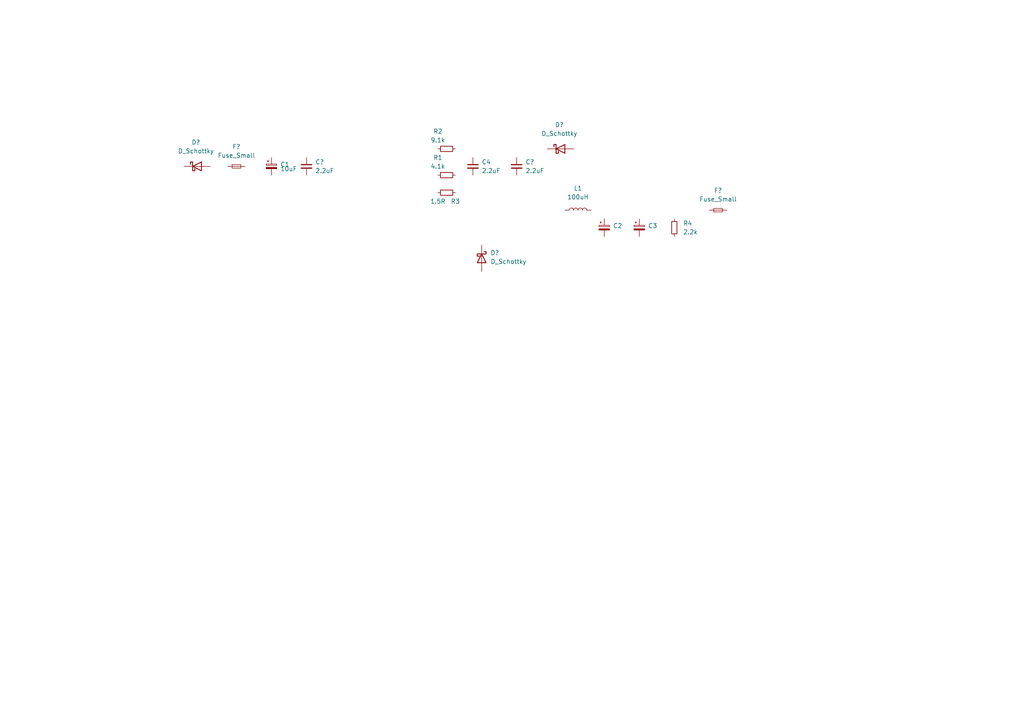
<source format=kicad_sch>
(kicad_sch (version 20211123) (generator eeschema)
  (paper "A4")
  (lib_symbols
    (symbol "Device:C_Polarized_Small" (pin_numbers hide) (pin_names (offset 0.254) hide)
      (property "Reference" "C" (at 0.254 1.778 0))
      (property "Value" "C_Polarized_Small" (at 0.254 -2.032 0))
      (symbol "C_Polarized_Small_0_1"
        (rectangle (start -1.524 -0.3048) (end 1.524 -0.6858) (fill (type outline)))
        (rectangle (start -1.524 0.6858) (end 1.524 0.3048))
        (polyline (pts (xy -1.27 1.524) (xy -0.762 1.524)))
        (polyline (pts (xy -1.016 1.27) (xy -1.016 1.778)))
      )
      (symbol "C_Polarized_Small_1_1"
        (pin passive line (at 0 2.54 270) (length 1.8542) (name "~") (number "1"))
        (pin passive line (at 0 -2.54 90) (length 1.8542) (name "~") (number "2"))
      )
    )
    (symbol "Device:C_Small" (pin_numbers hide) (pin_names (offset 0.254) hide)
      (property "Reference" "C" (at 0.254 1.778 0))
      (property "Value" "C_Small" (at 0.254 -2.032 0))
      (symbol "C_Small_0_1"
        (polyline (pts (xy -1.524 -0.508) (xy 1.524 -0.508)) (stroke (width 0.3302)))
        (polyline (pts (xy -1.524 0.508) (xy 1.524 0.508)) (stroke (width 0.3048)))
      )
      (symbol "C_Small_1_1"
        (pin passive line (at 0 2.54 270) (length 2.032) (name "~") (number "1"))
        (pin passive line (at 0 -2.54 90) (length 2.032) (name "~") (number "2"))
      )
    )
    (symbol "Device:D_Schottky" (pin_numbers hide) (pin_names (offset 1.016) hide)
      (property "Reference" "D" (at 0 2.54 0))
      (property "Value" "D_Schottky" (at 0 -2.54 0))
      (symbol "D_Schottky_0_1"
        (polyline (pts (xy 1.27 0) (xy -1.27 0)))
        (polyline (pts (xy 1.27 1.27) (xy 1.27 -1.27) (xy -1.27 0) (xy 1.27 1.27)) (stroke (width 0.254)))
        (polyline (pts (xy -1.905 0.635) (xy -1.905 1.27) (xy -1.27 1.27) (xy -1.27 -1.27) (xy -0.635 -1.27) (xy -0.635 -0.635)) (stroke (width 0.254)))
      )
      (symbol "D_Schottky_1_1"
        (pin passive line (at -3.81 0 0) (length 2.54) (name "K") (number "1"))
        (pin passive line (at 3.81 0 180) (length 2.54) (name "A") (number "2"))
      )
    )
    (symbol "Device:Fuse_Small" (pin_numbers hide) (pin_names (offset 0.254) hide)
      (property "Reference" "F" (at 0 -1.524 0))
      (property "Value" "Fuse_Small" (at 0 1.524 0))
      (symbol "Fuse_Small_0_1"
        (rectangle (start -1.27 0.508) (end 1.27 -0.508))
        (polyline (pts (xy -1.27 0) (xy 1.27 0)))
      )
      (symbol "Fuse_Small_1_1"
        (pin passive line (at -2.54 0 0) (length 1.27) (name "~") (number "1"))
        (pin passive line (at 2.54 0 180) (length 1.27) (name "~") (number "2"))
      )
    )
    (symbol "Device:L" (pin_numbers hide) (pin_names (offset 1.016) hide)
      (property "Reference" "L" (at -1.27 0 90))
      (property "Value" "L" (at 1.905 0 90))
      (symbol "L_0_1"
        (arc (start 0 -2.54) (mid 0.635 -1.905) (end 0 -1.27))
        (arc (start 0 -1.27) (mid 0.635 -0.635) (end 0 0))
        (arc (start 0 0) (mid 0.635 0.635) (end 0 1.27))
        (arc (start 0 1.27) (mid 0.635 1.905) (end 0 2.54))
      )
      (symbol "L_1_1"
        (pin passive line (at 0 3.81 270) (length 1.27) (name "1") (number "1"))
        (pin passive line (at 0 -3.81 90) (length 1.27) (name "2") (number "2"))
      )
    )
    (symbol "Device:R_Small" (pin_numbers hide) (pin_names (offset 0.254) hide)
      (property "Reference" "R" (at 0.762 0.508 0))
      (property "Value" "R_Small" (at 0.762 -1.016 0))
      (symbol "R_Small_0_1"
        (rectangle (start -0.762 1.778) (end 0.762 -1.778) (stroke (width 0.2032)))
      )
      (symbol "R_Small_1_1"
        (pin passive line (at 0 2.54 270) (length 0.762) (name "~") (number "1"))
        (pin passive line (at 0 -2.54 90) (length 0.762) (name "~") (number "2"))
      )
    )
  )
  (symbol (lib_id "Device:Fuse_Small") (at 68.58 48.26 0) (unit 1)
    (property "Reference" "F?" (at 68.58 42.545 0))
    (property "Value" "Fuse_Small" (at 68.58 45.085 0))
  )
  (symbol (lib_id "Device:C_Polarized_Small") (at 78.74 48.26 0) (unit 1)
    (property "Reference" "C1" (at 81.28 47.7138 0) (effects (justify left)))
    (property "Value" "10uF" (at 81.28 48.9838 0) (effects (justify left)))
    (property "LCSC" "C487222" (effects hide))
  )
  (symbol (lib_id "Device:R_Small") (at 129.54 50.8 90) (unit 1)
    (property "Reference" "R1" (at 127 45.72 90))
    (property "Value" "4.1k" (at 127 48.26 90))
    (property "Footprint" "Resistor_SMD:R_0805_2012Metric" (effects hide))
  )
  (symbol (lib_id "Device:D_Schottky") (at 162.56 43.18 0) (unit 1)
    (property "Reference" "D?" (at 162.2425 36.195 0))
    (property "Value" "D_Schottky" (at 162.2425 38.735 0))
    (property "LCSC" "C2848681" (effects hide))
  )
  (symbol (lib_id "Device:R_Small") (at 129.54 43.18 90) (unit 1)
    (property "Reference" "R2" (at 127 38.1 90))
    (property "Value" "9.1k" (at 127 40.64 90))
    (property "Footprint" "Resistor_SMD:R_0805_2012Metric" (effects hide))
  )
  (symbol (lib_id "Device:R_Small") (at 195.58 66.04 0) (unit 1)
    (property "Reference" "R4" (at 198.12 64.7699 0) (effects (justify left)))
    (property "Value" "2.2k" (at 198.12 67.3099 0) (effects (justify left)))
    (property "Footprint" "Resistor_SMD:R_1206_3216Metric" (effects hide))
  )
  (symbol (lib_id "Device:R_Small") (at 129.54 55.88 90) (unit 1)
    (property "Reference" "R3" (at 132.08 58.42 90))
    (property "Value" "1.5R" (at 127 58.42 90))
    (property "Footprint" "Resistor_SMD:R_0805_2012Metric" (effects hide))
  )
  (symbol (lib_id "Device:C_Small") (at 88.9 48.26 0) (unit 1)
    (property "Reference" "C?" (at 91.44 46.9962 0) (effects (justify left)))
    (property "Value" "2.2uF" (at 91.44 49.5362 0) (effects (justify left)))
    (property "LCSC" "C400383" (effects hide))
  )
  (symbol (lib_id "Device:D_Schottky") (at 57.15 48.26 0) (unit 1)
    (property "Reference" "D?" (at 56.8325 41.275 0))
    (property "Value" "D_Schottky" (at 56.8325 43.815 0))
    (property "LCSC" "C2848681" (effects hide))
  )
  (symbol (lib_id "Device:D_Schottky") (at 139.7 74.93 270) (unit 1)
    (property "Reference" "D?" (at 142.24 73.3424 90) (effects (justify left)))
    (property "Value" "D_Schottky" (at 142.24 75.8824 90) (effects (justify left)))
    (property "LCSC" "C2848681" (effects hide))
  )
  (symbol (lib_id "Device:C_Small") (at 137.16 48.26 0) (unit 1)
    (property "Reference" "C4" (at 139.7 46.9962 0) (effects (justify left)))
    (property "Value" "2.2uF" (at 139.7 49.5362 0) (effects (justify left)))
    (property "Footprint" "Capacitor_SMD:C_0805_2012Metric" (effects hide))
    (property "LCSC" "C968783" (effects hide))
  )
  (symbol (lib_id "Device:C_Small") (at 149.86 48.26 0) (unit 1)
    (property "Reference" "C?" (at 152.4 46.9962 0) (effects (justify left)))
    (property "Value" "2.2uF" (at 152.4 49.5362 0) (effects (justify left)))
    (property "Footprint" "Capacitor_SMD:C_0805_2012Metric" (effects hide))
    (property "LCSC" "C968783" (effects hide))
  )
  (symbol (lib_id "Device:C_Polarized_Small") (at 185.42 66.04 0) (unit 1)
    (property "Reference" "C3" (at 187.96 65.4938 0) (effects (justify left)))
    (property "Value" "220uF" (effects hide))
    (property "LCSC" "C2836441" (effects hide))
  )
  (symbol (lib_id "Device:L") (at 167.64 60.96 90) (unit 1)
    (property "Reference" "L1" (at 167.64 54.61 90))
    (property "Value" "100uH" (at 167.64 57.15 90))
    (property "LCSC" "C2929505" (effects hide))
  )
  (symbol (lib_id "Device:Fuse_Small") (at 208.28 60.96 0) (unit 1)
    (property "Reference" "F?" (at 208.28 55.245 0))
    (property "Value" "Fuse_Small" (at 208.28 57.785 0))
  )
  (symbol (lib_id "Device:C_Polarized_Small") (at 175.26 66.04 0) (unit 1)
    (property "Reference" "C2" (at 177.8 65.4938 0) (effects (justify left)))
    (property "Value" "220uF" (effects hide))
    (property "LCSC" "C2836441" (effects hide))
  )
)
</source>
